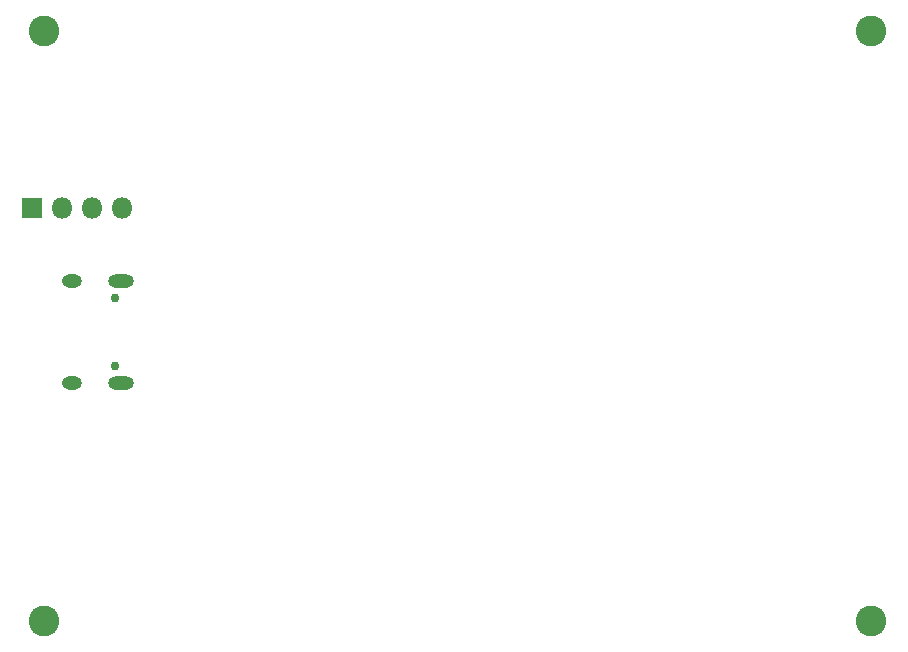
<source format=gbr>
G04 #@! TF.GenerationSoftware,KiCad,Pcbnew,(5.1.4-0-10_14)*
G04 #@! TF.CreationDate,2020-04-14T21:38:13-07:00*
G04 #@! TF.ProjectId,Activity_1,41637469-7669-4747-995f-312e6b696361,rev?*
G04 #@! TF.SameCoordinates,Original*
G04 #@! TF.FileFunction,Soldermask,Bot*
G04 #@! TF.FilePolarity,Negative*
%FSLAX46Y46*%
G04 Gerber Fmt 4.6, Leading zero omitted, Abs format (unit mm)*
G04 Created by KiCad (PCBNEW (5.1.4-0-10_14)) date 2020-04-14 21:38:13*
%MOMM*%
%LPD*%
G04 APERTURE LIST*
%ADD10C,0.751600*%
%ADD11O,1.701600X1.101600*%
%ADD12O,2.201600X1.101600*%
%ADD13C,2.601600*%
%ADD14O,1.801600X1.801600*%
%ADD15R,1.801600X1.801600*%
G04 APERTURE END LIST*
D10*
X31045000Y-87610000D03*
D11*
X27395000Y-86180000D03*
X27395000Y-94820000D03*
D12*
X31545000Y-94820000D03*
X31545000Y-86180000D03*
D10*
X31045000Y-93390000D03*
D13*
X25000000Y-65000000D03*
X95000000Y-65000000D03*
X95000000Y-115000000D03*
X25000000Y-115000000D03*
D14*
X31620000Y-80000000D03*
X29080000Y-80000000D03*
X26540000Y-80000000D03*
D15*
X24000000Y-80000000D03*
M02*

</source>
